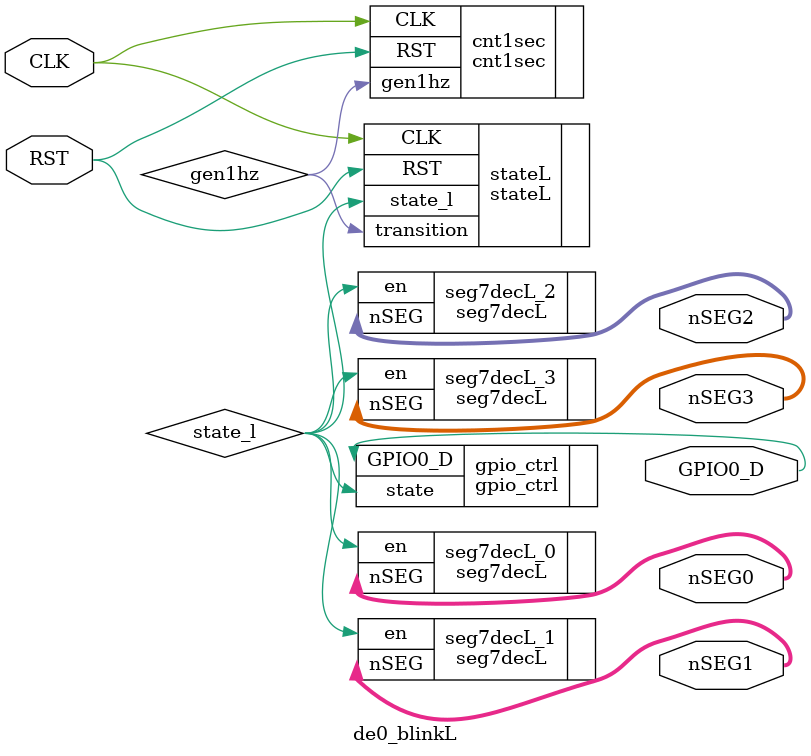
<source format=v>

module de0_blinkL(
    input CLK, RST,
    output GPIO0_D,
    output [6:0] nSEG0, nSEG1, nSEG2, nSEG3
);

wire gen1hz;
cnt1sec cnt1sec(.CLK(CLK), .RST(RST), .gen1hz(gen1hz));

wire state_l;
stateL stateL(.CLK(CLK), .RST(RST), .transition(gen1hz), .state_l(state_l));

gpio_ctrl gpio_ctrl(.state(state_l), .GPIO0_D(GPIO0_D));

seg7decL seg7decL_0(.en(state_l), .nSEG(nSEG0));
seg7decL seg7decL_1(.en(state_l), .nSEG(nSEG1));
seg7decL seg7decL_2(.en(state_l), .nSEG(nSEG2));
seg7decL seg7decL_3(.en(state_l), .nSEG(nSEG3));

endmodule
</source>
